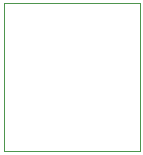
<source format=gbr>
%TF.GenerationSoftware,KiCad,Pcbnew,5.1.10*%
%TF.CreationDate,2021-08-03T19:26:33+02:00*%
%TF.ProjectId,smd-converter,736d642d-636f-46e7-9665-727465722e6b,rev?*%
%TF.SameCoordinates,Original*%
%TF.FileFunction,Profile,NP*%
%FSLAX46Y46*%
G04 Gerber Fmt 4.6, Leading zero omitted, Abs format (unit mm)*
G04 Created by KiCad (PCBNEW 5.1.10) date 2021-08-03 19:26:33*
%MOMM*%
%LPD*%
G01*
G04 APERTURE LIST*
%TA.AperFunction,Profile*%
%ADD10C,0.050000*%
%TD*%
G04 APERTURE END LIST*
D10*
X51500000Y-36500000D02*
X51500000Y-24000000D01*
X63000000Y-36500000D02*
X51500000Y-36500000D01*
X63000000Y-36000000D02*
X63000000Y-36500000D01*
X63000000Y-24000000D02*
X63000000Y-36000000D01*
X51500000Y-24000000D02*
X63000000Y-24000000D01*
M02*

</source>
